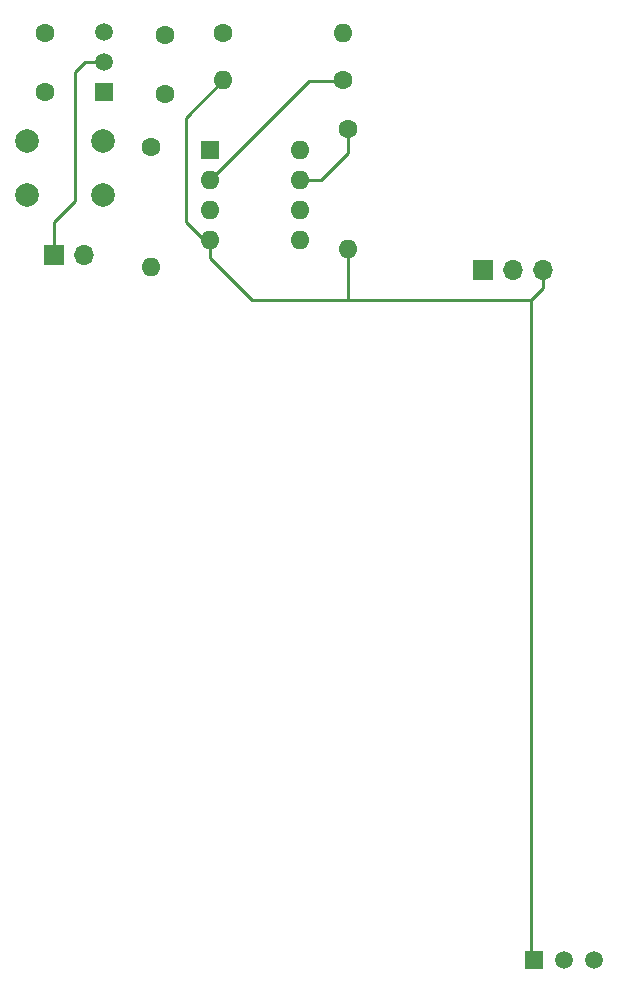
<source format=gtl>
G04 #@! TF.GenerationSoftware,KiCad,Pcbnew,(5.1.9-0-10_14)*
G04 #@! TF.CreationDate,2023-01-31T12:43:28+01:00*
G04 #@! TF.ProjectId,outdoor,6f757464-6f6f-4722-9e6b-696361645f70,rev?*
G04 #@! TF.SameCoordinates,Original*
G04 #@! TF.FileFunction,Copper,L1,Top*
G04 #@! TF.FilePolarity,Positive*
%FSLAX46Y46*%
G04 Gerber Fmt 4.6, Leading zero omitted, Abs format (unit mm)*
G04 Created by KiCad (PCBNEW (5.1.9-0-10_14)) date 2023-01-31 12:43:28*
%MOMM*%
%LPD*%
G01*
G04 APERTURE LIST*
G04 #@! TA.AperFunction,ComponentPad*
%ADD10O,1.600000X1.600000*%
G04 #@! TD*
G04 #@! TA.AperFunction,ComponentPad*
%ADD11R,1.600000X1.600000*%
G04 #@! TD*
G04 #@! TA.AperFunction,ComponentPad*
%ADD12R,1.500000X1.500000*%
G04 #@! TD*
G04 #@! TA.AperFunction,ComponentPad*
%ADD13C,1.500000*%
G04 #@! TD*
G04 #@! TA.AperFunction,ComponentPad*
%ADD14C,1.600000*%
G04 #@! TD*
G04 #@! TA.AperFunction,ComponentPad*
%ADD15C,2.000000*%
G04 #@! TD*
G04 #@! TA.AperFunction,ComponentPad*
%ADD16O,1.700000X1.700000*%
G04 #@! TD*
G04 #@! TA.AperFunction,ComponentPad*
%ADD17R,1.700000X1.700000*%
G04 #@! TD*
G04 #@! TA.AperFunction,Conductor*
%ADD18C,0.250000*%
G04 #@! TD*
G04 APERTURE END LIST*
D10*
X68580000Y-92964000D03*
X60960000Y-100584000D03*
X68580000Y-95504000D03*
X60960000Y-98044000D03*
X68580000Y-98044000D03*
X60960000Y-95504000D03*
X68580000Y-100584000D03*
D11*
X60960000Y-92964000D03*
D12*
X88460000Y-161544000D03*
D13*
X93540000Y-161544000D03*
X91000000Y-161544000D03*
D10*
X72644000Y-101346000D03*
D14*
X72644000Y-91186000D03*
D12*
X52000000Y-88000000D03*
D13*
X52000000Y-82920000D03*
X52000000Y-85460000D03*
D15*
X51966000Y-92202000D03*
X51966000Y-96702000D03*
X45466000Y-92202000D03*
X45466000Y-96702000D03*
D10*
X56000000Y-102870000D03*
D14*
X56000000Y-92710000D03*
X46990000Y-88000000D03*
X46990000Y-83000000D03*
X57150000Y-88185000D03*
X57150000Y-83185000D03*
D16*
X50292000Y-101854000D03*
D17*
X47752000Y-101854000D03*
D16*
X89235000Y-103124000D03*
X86695000Y-103124000D03*
D17*
X84155000Y-103124000D03*
D10*
X62135000Y-87000000D03*
D14*
X72295000Y-87000000D03*
D10*
X72295000Y-83000000D03*
D14*
X62135000Y-83000000D03*
D18*
X60452000Y-100584000D02*
X60960000Y-100584000D01*
X58928000Y-99060000D02*
X60452000Y-100584000D01*
X58928000Y-90207000D02*
X58928000Y-99060000D01*
X62135000Y-87000000D02*
X58928000Y-90207000D01*
X60960000Y-100584000D02*
X60960000Y-102108000D01*
X60960000Y-102108000D02*
X64516000Y-105664000D01*
X89235000Y-104567000D02*
X89235000Y-103124000D01*
X88138000Y-105664000D02*
X89235000Y-104567000D01*
X72644000Y-105664000D02*
X88138000Y-105664000D01*
X72644000Y-101346000D02*
X72644000Y-105664000D01*
X64516000Y-105664000D02*
X72644000Y-105664000D01*
X88138000Y-161222000D02*
X88460000Y-161544000D01*
X88138000Y-105664000D02*
X88138000Y-161222000D01*
X49530000Y-97282000D02*
X49530000Y-86360000D01*
X47752000Y-99060000D02*
X49530000Y-97282000D01*
X50430000Y-85460000D02*
X52000000Y-85460000D01*
X49530000Y-86360000D02*
X50430000Y-85460000D01*
X47752000Y-101854000D02*
X47752000Y-99060000D01*
X68580000Y-95504000D02*
X70358000Y-95504000D01*
X72644000Y-93218000D02*
X72644000Y-91186000D01*
X70358000Y-95504000D02*
X72644000Y-93218000D01*
X60960000Y-95504000D02*
X69342000Y-87122000D01*
X72173000Y-87122000D02*
X72295000Y-87000000D01*
X69342000Y-87122000D02*
X72173000Y-87122000D01*
M02*

</source>
